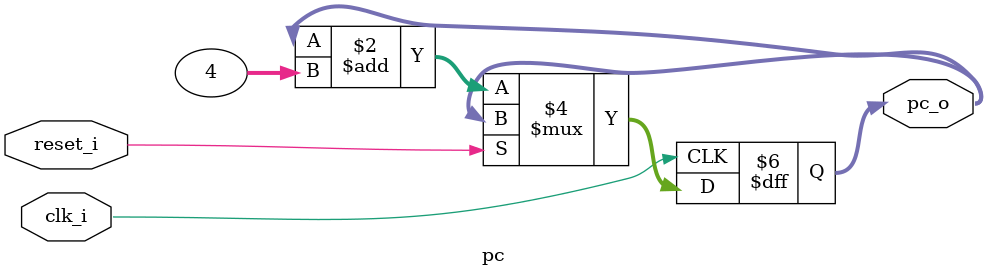
<source format=sv>
`timescale 1ns/1ns
module pc(
	input logic clk_i,reset_i,
	output logic [31:0] pc_o);
always @ (posedge clk_i) begin
if (reset_i)
begin
pc_o<=pc_o;
end
else
pc_o<=pc_o+32'h4;
end
endmodule 
</source>
